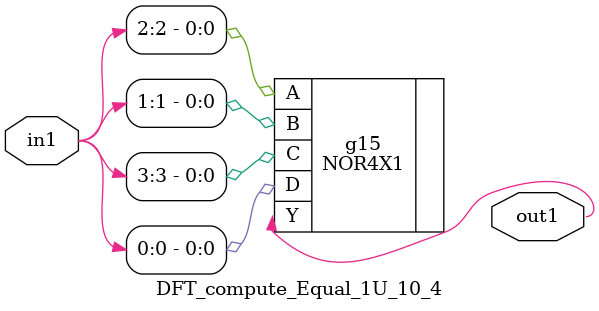
<source format=v>
`timescale 1ps / 1ps


module DFT_compute_Equal_1U_10_4(in1, out1);
  input [3:0] in1;
  output out1;
  wire [3:0] in1;
  wire out1;
  NOR4X1 g15(.A (in1[2]), .B (in1[1]), .C (in1[3]), .D (in1[0]), .Y
       (out1));
endmodule



</source>
